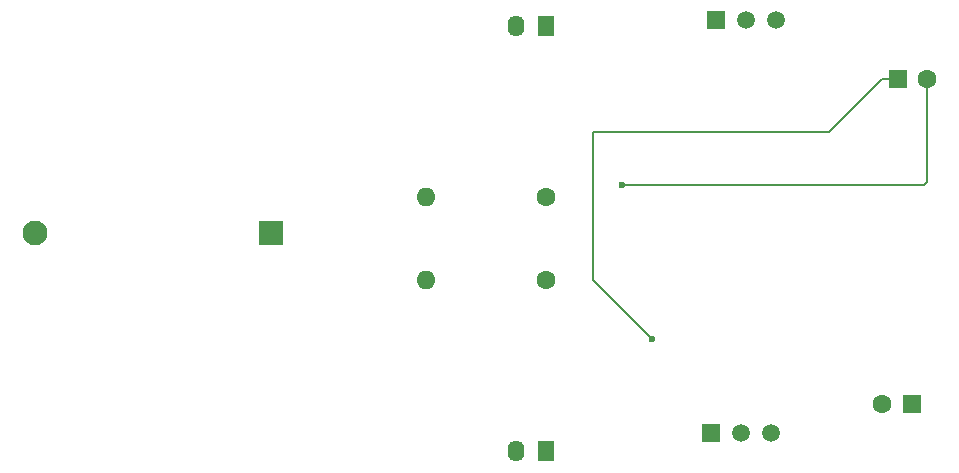
<source format=gbr>
%TF.GenerationSoftware,KiCad,Pcbnew,8.0.5*%
%TF.CreationDate,2024-10-10T20:33:13-07:00*%
%TF.ProjectId,IEEE soldering project,49454545-2073-46f6-9c64-6572696e6720,rev?*%
%TF.SameCoordinates,Original*%
%TF.FileFunction,Copper,L2,Bot*%
%TF.FilePolarity,Positive*%
%FSLAX46Y46*%
G04 Gerber Fmt 4.6, Leading zero omitted, Abs format (unit mm)*
G04 Created by KiCad (PCBNEW 8.0.5) date 2024-10-10 20:33:13*
%MOMM*%
%LPD*%
G01*
G04 APERTURE LIST*
%TA.AperFunction,ComponentPad*%
%ADD10C,1.500000*%
%TD*%
%TA.AperFunction,ComponentPad*%
%ADD11R,1.500000X1.500000*%
%TD*%
%TA.AperFunction,ComponentPad*%
%ADD12R,1.400000X1.800000*%
%TD*%
%TA.AperFunction,ComponentPad*%
%ADD13O,1.400000X1.800000*%
%TD*%
%TA.AperFunction,ComponentPad*%
%ADD14C,1.600000*%
%TD*%
%TA.AperFunction,ComponentPad*%
%ADD15O,1.600000X1.600000*%
%TD*%
%TA.AperFunction,ComponentPad*%
%ADD16R,1.600000X1.600000*%
%TD*%
%TA.AperFunction,ComponentPad*%
%ADD17R,2.100000X2.100000*%
%TD*%
%TA.AperFunction,ComponentPad*%
%ADD18C,2.100000*%
%TD*%
%TA.AperFunction,ViaPad*%
%ADD19C,0.600000*%
%TD*%
%TA.AperFunction,Conductor*%
%ADD20C,0.200000*%
%TD*%
G04 APERTURE END LIST*
D10*
%TO.P,Q2,3,E*%
%TO.N,P\u002CE*%
X156040000Y-62000000D03*
%TO.P,Q2,2,B*%
%TO.N,Net-(Q2-B)*%
X153500000Y-62000000D03*
D11*
%TO.P,Q2,1,C*%
%TO.N,Net-(LED1-K)*%
X150960000Y-62000000D03*
%TD*%
D12*
%TO.P,LED2,1,K*%
%TO.N,Net-(LED2-K)*%
X137000000Y-27500000D03*
D13*
%TO.P,LED2,2,A*%
%TO.N,Net-(3VBattery1-+)*%
X134460000Y-27500000D03*
%TD*%
D12*
%TO.P,LED1,1,K*%
%TO.N,Net-(LED1-K)*%
X137000000Y-63500000D03*
D13*
%TO.P,LED1,2,A*%
%TO.N,Net-(3VBattery1-+)*%
X134460000Y-63500000D03*
%TD*%
D14*
%TO.P,R1,1*%
%TO.N,Net-(Q1-B)*%
X137000000Y-42000000D03*
D15*
%TO.P,R1,2*%
%TO.N,Net-(3VBattery1-+)*%
X126840000Y-42000000D03*
%TD*%
D16*
%TO.P,C1,1*%
%TO.N,Net-(LED1-K)*%
X166817621Y-32000000D03*
D14*
%TO.P,C1,2*%
%TO.N,Net-(Q1-B)*%
X169317621Y-32000000D03*
%TD*%
%TO.P,R2,1*%
%TO.N,Net-(Q2-B)*%
X137000000Y-49000000D03*
D15*
%TO.P,R2,2*%
%TO.N,Net-(3VBattery1-+)*%
X126840000Y-49000000D03*
%TD*%
D16*
%TO.P,C2,1*%
%TO.N,Net-(LED2-K)*%
X168010000Y-59500000D03*
D14*
%TO.P,C2,2*%
%TO.N,Net-(Q2-B)*%
X165510000Y-59500000D03*
%TD*%
D17*
%TO.P,3V Battery,1,+*%
%TO.N,Net-(3VBattery1-+)*%
X113789087Y-45000000D03*
D18*
%TO.P,3V Battery,2,-*%
%TO.N,unconnected-(3VBattery1---Pad2)*%
X93789087Y-45000000D03*
%TD*%
D11*
%TO.P,Q1,1,C*%
%TO.N,Net-(LED2-K)*%
X151420000Y-27000000D03*
D10*
%TO.P,Q1,2,B*%
%TO.N,Net-(Q1-B)*%
X153960000Y-27000000D03*
%TO.P,Q1,3,E*%
%TO.N,P\u002CE*%
X156500000Y-27000000D03*
%TD*%
D19*
%TO.N,Net-(LED1-K)*%
X146000000Y-54000000D03*
%TO.N,Net-(Q1-B)*%
X143500000Y-41000000D03*
%TD*%
D20*
%TO.N,Net-(Q1-B)*%
X169317621Y-40682379D02*
X169000000Y-41000000D01*
X169317621Y-32000000D02*
X169317621Y-40682379D01*
%TO.N,Net-(LED1-K)*%
X141000000Y-36500000D02*
X161000000Y-36500000D01*
X161000000Y-36500000D02*
X165500000Y-32000000D01*
X141000000Y-49000000D02*
X141000000Y-36500000D01*
X165500000Y-32000000D02*
X166817621Y-32000000D01*
X146000000Y-54000000D02*
X141000000Y-49000000D01*
%TO.N,Net-(Q1-B)*%
X143500000Y-41000000D02*
X169000000Y-41000000D01*
%TD*%
M02*

</source>
